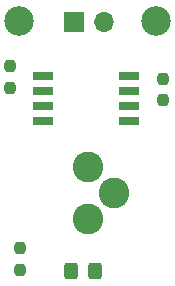
<source format=gbr>
%TF.GenerationSoftware,KiCad,Pcbnew,8.0.1*%
%TF.CreationDate,2025-01-22T18:21:48-07:00*%
%TF.ProjectId,AlcoholSensor_MQ,416c636f-686f-46c5-9365-6e736f725f4d,rev?*%
%TF.SameCoordinates,Original*%
%TF.FileFunction,Soldermask,Top*%
%TF.FilePolarity,Negative*%
%FSLAX46Y46*%
G04 Gerber Fmt 4.6, Leading zero omitted, Abs format (unit mm)*
G04 Created by KiCad (PCBNEW 8.0.1) date 2025-01-22 18:21:48*
%MOMM*%
%LPD*%
G01*
G04 APERTURE LIST*
G04 Aperture macros list*
%AMRoundRect*
0 Rectangle with rounded corners*
0 $1 Rounding radius*
0 $2 $3 $4 $5 $6 $7 $8 $9 X,Y pos of 4 corners*
0 Add a 4 corners polygon primitive as box body*
4,1,4,$2,$3,$4,$5,$6,$7,$8,$9,$2,$3,0*
0 Add four circle primitives for the rounded corners*
1,1,$1+$1,$2,$3*
1,1,$1+$1,$4,$5*
1,1,$1+$1,$6,$7*
1,1,$1+$1,$8,$9*
0 Add four rect primitives between the rounded corners*
20,1,$1+$1,$2,$3,$4,$5,0*
20,1,$1+$1,$4,$5,$6,$7,0*
20,1,$1+$1,$6,$7,$8,$9,0*
20,1,$1+$1,$8,$9,$2,$3,0*%
G04 Aperture macros list end*
%ADD10C,2.500000*%
%ADD11C,2.600000*%
%ADD12RoundRect,0.237500X0.237500X-0.250000X0.237500X0.250000X-0.237500X0.250000X-0.237500X-0.250000X0*%
%ADD13R,1.700000X1.700000*%
%ADD14O,1.700000X1.700000*%
%ADD15RoundRect,0.237500X-0.237500X0.250000X-0.237500X-0.250000X0.237500X-0.250000X0.237500X0.250000X0*%
%ADD16R,1.700000X0.650000*%
%ADD17RoundRect,0.250000X0.325000X0.450000X-0.325000X0.450000X-0.325000X-0.450000X0.325000X-0.450000X0*%
G04 APERTURE END LIST*
D10*
%TO.C,H2*%
X180090000Y-87300000D03*
%TD*%
%TO.C,H1*%
X168500000Y-87300000D03*
%TD*%
D11*
%TO.C,U3*%
X174380000Y-99610000D03*
X176580000Y-101830000D03*
X174370000Y-104010000D03*
%TD*%
D12*
%TO.C,Rh1*%
X180700000Y-93982500D03*
X180700000Y-92157500D03*
%TD*%
%TO.C,Rl1*%
X167780000Y-92900000D03*
X167780000Y-91075000D03*
%TD*%
D13*
%TO.C,J1*%
X173155000Y-87380000D03*
D14*
X175695000Y-87380000D03*
%TD*%
D15*
%TO.C,R_LED1*%
X168560000Y-106517500D03*
X168560000Y-108342500D03*
%TD*%
D16*
%TO.C,U1*%
X170560000Y-91890000D03*
X170560000Y-93160000D03*
X170560000Y-94430000D03*
X170560000Y-95700000D03*
X177860000Y-95700000D03*
X177860000Y-94430000D03*
X177860000Y-93160000D03*
X177860000Y-91890000D03*
%TD*%
D17*
%TO.C,D1*%
X174950000Y-108420000D03*
X172900000Y-108420000D03*
%TD*%
M02*

</source>
